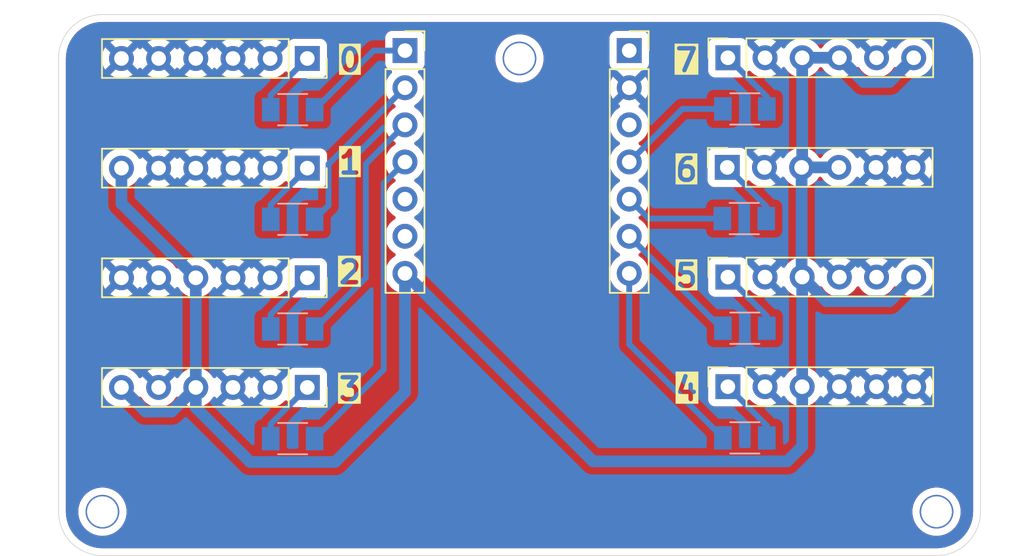
<source format=kicad_pcb>
(kicad_pcb (version 20241229) (generator "pcbnew") (generator_version "9.0")
  (layers (0 "F.Cu" signal) (2 "B.Cu" signal) (13 "F.Paste" user) (15 "B.Paste" user) (5 "F.SilkS" user "F.Silkscreen") (7 "B.SilkS" user "B.Silkscreen") (1 "F.Mask" user) (3 "B.Mask" user) (25 "Edge.Cuts" user))
  (net 0 "")
  (net 1 "GND")
  (net 2 "LED1")
  (net 3 "LED5")
  (net 4 "LED4")
  (net 5 "Pull up")
  (net 6 "LED7")
  (net 7 "LED3")
  (net 8 "LED2")
  (net 9 "LED6")
  (net 10 "LED8")
  (net 11 "Net-(J6-Pin_1)")
  (net 12 "Net-(J2-Pin_1)")
  (net 13 "Net-(J1-Pin_1)")
  (net 14 "Net-(J3-Pin_1)")
  (net 15 "Net-(J5-Pin_1)")
  (net 16 "Net-(J4-Pin_1)")
  (net 17 "Net-(J7-Pin_1)")
  (net 18 "Net-(J8-Pin_1)")
  (footprint "Connector_PinSocket_2.54mm:PinSocket_1x06_P2.54mm_Vertical" (layer "F.Cu") (at 213.74 75.95 90)
    (property "Reference" "J4" (hide yes))
    (property "Value" "Socket 06" (hide yes))
    (fp_line (start 1.33 -1.33) (end 1.33 0) (stroke (width 0.12)) (layer "F.SilkS"))
    (fp_line (start 0 -1.33) (end 1.33 -1.33) (stroke (width 0.12)) (layer "F.SilkS"))
    (fp_line (start 1.33 1.27) (end 1.33 14.03) (stroke (width 0.12)) (layer "F.SilkS"))
    (fp_line (start -1.33 1.27) (end 1.33 1.27) (stroke (width 0.12)) (layer "F.SilkS"))
    (fp_line (start -1.33 1.27) (end -1.33 14.03) (stroke (width 0.12)) (layer "F.SilkS"))
    (fp_line (start -1.33 14.03) (end 1.33 14.03) (stroke (width 0.12)) (layer "F.SilkS"))
    (pad "1" thru_hole rect (at 0 0 90) (size 1.7 1.7) (drill 1) (layers "*.Cu" "*.Mask") (net 16 "Net-(J4-Pin_1)"))
    (pad "2" thru_hole circle (at 0 2.54 90) (size 1.7 1.7) (drill 1) (layers "*.Cu" "*.Mask") (net 1 "GND"))
    (pad "3" thru_hole circle (at 0 5.08 90) (size 1.7 1.7) (drill 1) (layers "*.Cu" "*.Mask") (net 5 "Pull up"))
    (pad "4" thru_hole circle (at 0 7.62 90) (size 1.7 1.7) (drill 1) (layers "*.Cu" "*.Mask") (net 1 "GND"))
    (pad "5" thru_hole circle (at 0 10.16 90) (size 1.7 1.7) (drill 1) (layers "*.Cu" "*.Mask") (net 1 "GND"))
    (pad "6" thru_hole circle (at 0 12.7 90) (size 1.7 1.7) (drill 1) (layers "*.Cu" "*.Mask") (net 5 "Pull up"))
  )
  (footprint "Connector_PinSocket_2.54mm:PinSocket_1x06_P2.54mm_Vertical" (layer "F.Cu") (at 213.74 60.95 90)
    (property "Reference" "J8" (hide yes))
    (property "Value" "Socket 08" (hide yes))
    (fp_line (start 1.33 -1.33) (end 1.33 0) (stroke (width 0.12)) (layer "F.SilkS"))
    (fp_line (start 0 -1.33) (end 1.33 -1.33) (stroke (width 0.12)) (layer "F.SilkS"))
    (fp_line (start 1.33 1.27) (end 1.33 14.03) (stroke (width 0.12)) (layer "F.SilkS"))
    (fp_line (start -1.33 1.27) (end 1.33 1.27) (stroke (width 0.12)) (layer "F.SilkS"))
    (fp_line (start -1.33 1.27) (end -1.33 14.03) (stroke (width 0.12)) (layer "F.SilkS"))
    (fp_line (start -1.33 14.03) (end 1.33 14.03) (stroke (width 0.12)) (layer "F.SilkS"))
    (pad "1" thru_hole rect (at 0 0 90) (size 1.7 1.7) (drill 1) (layers "*.Cu" "*.Mask") (net 18 "Net-(J8-Pin_1)"))
    (pad "2" thru_hole circle (at 0 2.54 90) (size 1.7 1.7) (drill 1) (layers "*.Cu" "*.Mask") (net 1 "GND"))
    (pad "3" thru_hole circle (at 0 5.08 90) (size 1.7 1.7) (drill 1) (layers "*.Cu" "*.Mask") (net 5 "Pull up"))
    (pad "4" thru_hole circle (at 0 7.62 90) (size 1.7 1.7) (drill 1) (layers "*.Cu" "*.Mask") (net 5 "Pull up"))
    (pad "5" thru_hole circle (at 0 10.16 90) (size 1.7 1.7) (drill 1) (layers "*.Cu" "*.Mask") (net 1 "GND"))
    (pad "6" thru_hole circle (at 0 12.7 90) (size 1.7 1.7) (drill 1) (layers "*.Cu" "*.Mask") (net 5 "Pull up"))
  )
  (footprint "Connector_PinSocket_2.54mm:PinSocket_1x06_P2.54mm_Vertical" (layer "F.Cu") (at 185 68.5 -90)
    (property "Reference" "J1" (hide yes))
    (property "Value" "Socket 02" (hide yes))
    (fp_line (start -1.33 14.03) (end 1.33 14.03) (stroke (width 0.12)) (layer "F.SilkS"))
    (fp_line (start -1.33 1.27) (end -1.33 14.03) (stroke (width 0.12)) (layer "F.SilkS"))
    (fp_line (start -1.33 1.27) (end 1.33 1.27) (stroke (width 0.12)) (layer "F.SilkS"))
    (fp_line (start 1.33 1.27) (end 1.33 14.03) (stroke (width 0.12)) (layer "F.SilkS"))
    (fp_line (start 0 -1.33) (end 1.33 -1.33) (stroke (width 0.12)) (layer "F.SilkS"))
    (fp_line (start 1.33 -1.33) (end 1.33 0) (stroke (width 0.12)) (layer "F.SilkS"))
    (pad "1" thru_hole rect (at 0 0 270) (size 1.7 1.7) (drill 1) (layers "*.Cu" "*.Mask") (net 13 "Net-(J1-Pin_1)"))
    (pad "2" thru_hole circle (at 0 2.54 270) (size 1.7 1.7) (drill 1) (layers "*.Cu" "*.Mask") (net 1 "GND"))
    (pad "3" thru_hole circle (at 0 5.08 270) (size 1.7 1.7) (drill 1) (layers "*.Cu" "*.Mask") (net 1 "GND"))
    (pad "4" thru_hole circle (at 0 7.62 270) (size 1.7 1.7) (drill 1) (layers "*.Cu" "*.Mask") (net 1 "GND"))
    (pad "5" thru_hole circle (at 0 10.16 270) (size 1.7 1.7) (drill 1) (layers "*.Cu" "*.Mask") (net 1 "GND"))
    (pad "6" thru_hole circle (at 0 12.7 270) (size 1.7 1.7) (drill 1) (layers "*.Cu" "*.Mask") (net 5 "Pull up"))
  )
  (footprint "Connector_PinSocket_2.54mm:PinSocket_1x06_P2.54mm_Vertical" (layer "F.Cu") (at 185 61 -90)
    (property "Reference" "J3" (hide yes))
    (property "Value" "Socket 01" (hide yes))
    (fp_line (start -1.33 14.03) (end 1.33 14.03) (stroke (width 0.12)) (layer "F.SilkS"))
    (fp_line (start -1.33 1.27) (end -1.33 14.03) (stroke (width 0.12)) (layer "F.SilkS"))
    (fp_line (start -1.33 1.27) (end 1.33 1.27) (stroke (width 0.12)) (layer "F.SilkS"))
    (fp_line (start 1.33 1.27) (end 1.33 14.03) (stroke (width 0.12)) (layer "F.SilkS"))
    (fp_line (start 0 -1.33) (end 1.33 -1.33) (stroke (width 0.12)) (layer "F.SilkS"))
    (fp_line (start 1.33 -1.33) (end 1.33 0) (stroke (width 0.12)) (layer "F.SilkS"))
    (pad "1" thru_hole rect (at 0 0 270) (size 1.7 1.7) (drill 1) (layers "*.Cu" "*.Mask") (net 14 "Net-(J3-Pin_1)"))
    (pad "2" thru_hole circle (at 0 2.54 270) (size 1.7 1.7) (drill 1) (layers "*.Cu" "*.Mask") (net 1 "GND"))
    (pad "3" thru_hole circle (at 0 5.08 270) (size 1.7 1.7) (drill 1) (layers "*.Cu" "*.Mask") (net 1 "GND"))
    (pad "4" thru_hole circle (at 0 7.62 270) (size 1.7 1.7) (drill 1) (layers "*.Cu" "*.Mask") (net 1 "GND"))
    (pad "5" thru_hole circle (at 0 10.16 270) (size 1.7 1.7) (drill 1) (layers "*.Cu" "*.Mask") (net 1 "GND"))
    (pad "6" thru_hole circle (at 0 12.7 270) (size 1.7 1.7) (drill 1) (layers "*.Cu" "*.Mask") (net 1 "GND"))
  )
  (footprint "Connector_PinSocket_2.54mm:PinSocket_1x06_P2.54mm_Vertical" (layer "F.Cu") (at 213.74 83.45 90)
    (property "Reference" "J5" (hide yes))
    (property "Value" "Socket 05" (hide yes))
    (fp_line (start 1.33 -1.33) (end 1.33 0) (stroke (width 0.12)) (layer "F.SilkS"))
    (fp_line (start 0 -1.33) (end 1.33 -1.33) (stroke (width 0.12)) (layer "F.SilkS"))
    (fp_line (start 1.33 1.27) (end 1.33 14.03) (stroke (width 0.12)) (layer "F.SilkS"))
    (fp_line (start -1.33 1.27) (end 1.33 1.27) (stroke (width 0.12)) (layer "F.SilkS"))
    (fp_line (start -1.33 1.27) (end -1.33 14.03) (stroke (width 0.12)) (layer "F.SilkS"))
    (fp_line (start -1.33 14.03) (end 1.33 14.03) (stroke (width 0.12)) (layer "F.SilkS"))
    (pad "1" thru_hole rect (at 0 0 90) (size 1.7 1.7) (drill 1) (layers "*.Cu" "*.Mask") (net 15 "Net-(J5-Pin_1)"))
    (pad "2" thru_hole circle (at 0 2.54 90) (size 1.7 1.7) (drill 1) (layers "*.Cu" "*.Mask") (net 1 "GND"))
    (pad "3" thru_hole circle (at 0 5.08 90) (size 1.7 1.7) (drill 1) (layers "*.Cu" "*.Mask") (net 5 "Pull up"))
    (pad "4" thru_hole circle (at 0 7.62 90) (size 1.7 1.7) (drill 1) (layers "*.Cu" "*.Mask") (net 1 "GND"))
    (pad "5" thru_hole circle (at 0 10.16 90) (size 1.7 1.7) (drill 1) (layers "*.Cu" "*.Mask") (net 1 "GND"))
    (pad "6" thru_hole circle (at 0 12.7 90) (size 1.7 1.7) (drill 1) (layers "*.Cu" "*.Mask") (net 1 "GND"))
  )
  (footprint "Connector_PinSocket_2.54mm:PinSocket_1x06_P2.54mm_Vertical" (layer "F.Cu") (at 185 76 -90)
    (property "Reference" "J2" (hide yes))
    (property "Value" "Socket 03" (hide yes))
    (fp_line (start -1.33 14.03) (end 1.33 14.03) (stroke (width 0.12)) (layer "F.SilkS"))
    (fp_line (start -1.33 1.27) (end -1.33 14.03) (stroke (width 0.12)) (layer "F.SilkS"))
    (fp_line (start -1.33 1.27) (end 1.33 1.27) (stroke (width 0.12)) (layer "F.SilkS"))
    (fp_line (start 1.33 1.27) (end 1.33 14.03) (stroke (width 0.12)) (layer "F.SilkS"))
    (fp_line (start 0 -1.33) (end 1.33 -1.33) (stroke (width 0.12)) (layer "F.SilkS"))
    (fp_line (start 1.33 -1.33) (end 1.33 0) (stroke (width 0.12)) (layer "F.SilkS"))
    (pad "1" thru_hole rect (at 0 0 270) (size 1.7 1.7) (drill 1) (layers "*.Cu" "*.Mask") (net 12 "Net-(J2-Pin_1)"))
    (pad "2" thru_hole circle (at 0 2.54 270) (size 1.7 1.7) (drill 1) (layers "*.Cu" "*.Mask") (net 1 "GND"))
    (pad "3" thru_hole circle (at 0 5.08 270) (size 1.7 1.7) (drill 1) (layers "*.Cu" "*.Mask") (net 1 "GND"))
    (pad "4" thru_hole circle (at 0 7.62 270) (size 1.7 1.7) (drill 1) (layers "*.Cu" "*.Mask") (net 5 "Pull up"))
    (pad "5" thru_hole circle (at 0 10.16 270) (size 1.7 1.7) (drill 1) (layers "*.Cu" "*.Mask") (net 1 "GND"))
    (pad "6" thru_hole circle (at 0 12.7 270) (size 1.7 1.7) (drill 1) (layers "*.Cu" "*.Mask") (net 1 "GND"))
  )
  (footprint "Connector_PinSocket_2.54mm:PinSocket_1x07_P2.54mm_Vertical" (layer "F.Cu") (at 207 60.46)
    (property "Reference" "J10" (hide yes))
    (property "Value" "Xiao Left")
    (fp_line (start -1.33 1.27) (end -1.33 16.57) (stroke (width 0.12)) (layer "F.SilkS"))
    (fp_line (start -1.33 1.27) (end 1.33 1.27) (stroke (width 0.12)) (layer "F.SilkS"))
    (fp_line (start -1.33 16.57) (end 1.33 16.57) (stroke (width 0.12)) (layer "F.SilkS"))
    (fp_line (start 0 -1.33) (end 1.33 -1.33) (stroke (width 0.12)) (layer "F.SilkS"))
    (fp_line (start 1.33 -1.33) (end 1.33 0) (stroke (width 0.12)) (layer "F.SilkS"))
    (fp_line (start 1.33 1.27) (end 1.33 16.57) (stroke (width 0.12)) (layer "F.SilkS"))
    (pad "1" thru_hole rect (at 0 0) (size 1.7 1.7) (drill 1) (layers "*.Cu" "*.Mask"))
    (pad "2" thru_hole circle (at 0 2.54) (size 1.7 1.7) (drill 1) (layers "*.Cu" "*.Mask") (net 1 "GND"))
    (pad "3" thru_hole circle (at 0 5.08) (size 1.7 1.7) (drill 1) (layers "*.Cu" "*.Mask"))
    (pad "4" thru_hole circle (at 0 7.62) (size 1.7 1.7) (drill 1) (layers "*.Cu" "*.Mask") (net 10 "LED8"))
    (pad "5" thru_hole circle (at 0 10.16) (size 1.7 1.7) (drill 1) (layers "*.Cu" "*.Mask") (net 6 "LED7"))
    (pad "6" thru_hole circle (at 0 12.7) (size 1.7 1.7) (drill 1) (layers "*.Cu" "*.Mask") (net 9 "LED6"))
    (pad "7" thru_hole circle (at 0 15.24) (size 1.7 1.7) (drill 1) (layers "*.Cu" "*.Mask") (net 3 "LED5"))
  )
  (footprint "fab:MountingHole_M2" (layer "F.Cu") (at 199.5 61)
    (property "Reference" "REF**" (hide yes))
    (property "Value" "MountingHole_M2" (hide yes))
    (pad "" thru_hole circle (at 0 0) (size 2.3 2.3) (drill 2.1) (layers "*.Cu" "*.Mask"))
  )
  (footprint "Connector_PinSocket_2.54mm:PinSocket_1x07_P2.54mm_Vertical" (layer "F.Cu") (at 191.675 60.46)
    (property "Reference" "J9" (hide yes))
    (property "Value" "Xiao Right")
    (fp_line (start -1.33 1.27) (end -1.33 16.57) (stroke (width 0.12)) (layer "F.SilkS"))
    (fp_line (start -1.33 1.27) (end 1.33 1.27) (stroke (width 0.12)) (layer "F.SilkS"))
    (fp_line (start -1.33 16.57) (end 1.33 16.57) (stroke (width 0.12)) (layer "F.SilkS"))
    (fp_line (start 0 -1.33) (end 1.33 -1.33) (stroke (width 0.12)) (layer "F.SilkS"))
    (fp_line (start 1.33 -1.33) (end 1.33 0) (stroke (width 0.12)) (layer "F.SilkS"))
    (fp_line (start 1.33 1.27) (end 1.33 16.57) (stroke (width 0.12)) (layer "F.SilkS"))
    (pad "1" thru_hole rect (at 0 0) (size 1.7 1.7) (drill 1) (layers "*.Cu" "*.Mask") (net 2 "LED1"))
    (pad "2" thru_hole circle (at 0 2.54) (size 1.7 1.7) (drill 1) (layers "*.Cu" "*.Mask") (net 8 "LED2"))
    (pad "3" thru_hole circle (at 0 5.08) (size 1.7 1.7) (drill 1) (layers "*.Cu" "*.Mask") (net 7 "LED3"))
    (pad "4" thru_hole circle (at 0 7.62) (size 1.7 1.7) (drill 1) (layers "*.Cu" "*.Mask") (net 4 "LED4"))
    (pad "5" thru_hole circle (at 0 10.16) (size 1.7 1.7) (drill 1) (layers "*.Cu" "*.Mask"))
    (pad "6" thru_hole circle (at 0 12.7) (size 1.7 1.7) (drill 1) (layers "*.Cu" "*.Mask"))
    (pad "7" thru_hole circle (at 0 15.24) (size 1.7 1.7) (drill 1) (layers "*.Cu" "*.Mask") (net 5 "Pull up"))
  )
  (footprint "Connector_PinSocket_2.54mm:PinSocket_1x06_P2.54mm_Vertical" (layer "F.Cu") (at 185 83.5 -90)
    (property "Reference" "J6" (hide yes))
    (property "Value" "Socket 04" (hide yes))
    (fp_line (start -1.33 14.03) (end 1.33 14.03) (stroke (width 0.12)) (layer "F.SilkS"))
    (fp_line (start -1.33 1.27) (end -1.33 14.03) (stroke (width 0.12)) (layer "F.SilkS"))
    (fp_line (start -1.33 1.27) (end 1.33 1.27) (stroke (width 0.12)) (layer "F.SilkS"))
    (fp_line (start 1.33 1.27) (end 1.33 14.03) (stroke (width 0.12)) (layer "F.SilkS"))
    (fp_line (start 0 -1.33) (end 1.33 -1.33) (stroke (width 0.12)) (layer "F.SilkS"))
    (fp_line (start 1.33 -1.33) (end 1.33 0) (stroke (width 0.12)) (layer "F.SilkS"))
    (pad "1" thru_hole rect (at 0 0 270) (size 1.7 1.7) (drill 1) (layers "*.Cu" "*.Mask") (net 11 "Net-(J6-Pin_1)"))
    (pad "2" thru_hole circle (at 0 2.54 270) (size 1.7 1.7) (drill 1) (layers "*.Cu" "*.Mask") (net 1 "GND"))
    (pad "3" thru_hole circle (at 0 5.08 270) (size 1.7 1.7) (drill 1) (layers "*.Cu" "*.Mask") (net 1 "GND"))
    (pad "4" thru_hole circle (at 0 7.62 270) (size 1.7 1.7) (drill 1) (layers "*.Cu" "*.Mask") (net 5 "Pull up"))
    (pad "5" thru_hole circle (at 0 10.16 270) (size 1.7 1.7) (drill 1) (layers "*.Cu" "*.Mask") (net 1 "GND"))
    (pad "6" thru_hole circle (at 0 12.7 270) (size 1.7 1.7) (drill 1) (layers "*.Cu" "*.Mask") (net 5 "Pull up"))
  )
  (footprint "fab:MountingHole_M2" (layer "F.Cu") (at 171 92)
    (property "Reference" "REF**" (hide yes))
    (property "Value" "MountingHole_M2" (hide yes))
    (pad "" thru_hole circle (at 0 0) (size 2.3 2.3) (drill 2.1) (layers "*.Cu" "*.Mask"))
  )
  (footprint "Connector_PinSocket_2.54mm:PinSocket_1x06_P2.54mm_Vertical" (layer "F.Cu") (at 213.7 68.45 90)
    (property "Reference" "J7" (hide yes))
    (property "Value" "Socket 07" (hide yes))
    (fp_line (start 1.33 -1.33) (end 1.33 0) (stroke (width 0.12)) (layer "F.SilkS"))
    (fp_line (start 0 -1.33) (end 1.33 -1.33) (stroke (width 0.12)) (layer "F.SilkS"))
    (fp_line (start 1.33 1.27) (end 1.33 14.03) (stroke (width 0.12)) (layer "F.SilkS"))
    (fp_line (start -1.33 1.27) (end 1.33 1.27) (stroke (width 0.12)) (layer "F.SilkS"))
    (fp_line (start -1.33 1.27) (end -1.33 14.03) (stroke (width 0.12)) (layer "F.SilkS"))
    (fp_line (start -1.33 14.03) (end 1.33 14.03) (stroke (width 0.12)) (layer "F.SilkS"))
    (pad "1" thru_hole rect (at 0 0 90) (size 1.7 1.7) (drill 1) (layers "*.Cu" "*.Mask") (net 17 "Net-(J7-Pin_1)"))
    (pad "2" thru_hole circle (at 0 2.54 90) (size 1.7 1.7) (drill 1) (layers "*.Cu" "*.Mask") (net 1 "GND"))
    (pad "3" thru_hole circle (at 0 5.08 90) (size 1.7 1.7) (drill 1) (layers "*.Cu" "*.Mask") (net 5 "Pull up"))
    (pad "4" thru_hole circle (at 0 7.62 90) (size 1.7 1.7) (drill 1) (layers "*.Cu" "*.Mask") (net 5 "Pull up"))
    (pad "5" thru_hole circle (at 0 10.16 90) (size 1.7 1.7) (drill 1) (layers "*.Cu" "*.Mask") (net 1 "GND"))
    (pad "6" thru_hole circle (at 0 12.7 90) (size 1.7 1.7) (drill 1) (layers "*.Cu" "*.Mask") (net 1 "GND"))
  )
  (footprint "fab:MountingHole_M2" (layer "F.Cu") (at 228 92)
    (property "Reference" "REF**" (hide yes))
    (property "Value" "MountingHole_M2" (hide yes))
    (pad "" thru_hole circle (at 0 0) (size 2.3 2.3) (drill 2.1) (layers "*.Cu" "*.Mask"))
  )
  (footprint "fab:R_1206" (layer "B.Cu") (at 214.9 64.45 180)
    (property "Reference" "R12" (hide yes))
    (property "Value" "Resistor" (hide yes))
    (fp_line (start 1 -1.07) (end -1 -1.07) (stroke (width 0.12)) (layer "B.SilkS"))
    (fp_line (start -1 1.07) (end 1 1.07) (stroke (width 0.12)) (layer "B.SilkS"))
    (pad "1" smd rect (at -1.5 0 180) (size 1.2 1.6) (layers "B.Cu" "B.Mask" "B.Paste") (net 18 "Net-(J8-Pin_1)"))
    (pad "2" smd rect (at 1.5 0 180) (size 1.2 1.6) (layers "B.Cu" "B.Mask" "B.Paste") (net 10 "LED8"))
  )
  (footprint "fab:R_1206" (layer "B.Cu") (at 184 87)
    (property "Reference" "R1" (hide yes))
    (property "Value" "Resistor" (hide yes))
    (fp_line (start -1 1.07) (end 1 1.07) (stroke (width 0.12)) (layer "B.SilkS"))
    (fp_line (start 1 -1.07) (end -1 -1.07) (stroke (width 0.12)) (layer "B.SilkS"))
    (pad "1" smd rect (at -1.5 0) (size 1.2 1.6) (layers "B.Cu" "B.Mask" "B.Paste") (net 11 "Net-(J6-Pin_1)"))
    (pad "2" smd rect (at 1.5 0) (size 1.2 1.6) (layers "B.Cu" "B.Mask" "B.Paste") (net 4 "LED4"))
  )
  (footprint "fab:R_1206" (layer "B.Cu") (at 214.9 86.95 180)
    (property "Reference" "R9" (hide yes))
    (property "Value" "Resistor" (hide yes))
    (fp_line (start 1 -1.07) (end -1 -1.07) (stroke (width 0.12)) (layer "B.SilkS"))
    (fp_line (start -1 1.07) (end 1 1.07) (stroke (width 0.12)) (layer "B.SilkS"))
    (pad "1" smd rect (at -1.5 0 180) (size 1.2 1.6) (layers "B.Cu" "B.Mask" "B.Paste") (net 15 "Net-(J5-Pin_1)"))
    (pad "2" smd rect (at 1.5 0 180) (size 1.2 1.6) (layers "B.Cu" "B.Mask" "B.Paste") (net 3 "LED5"))
  )
  (footprint "fab:R_1206" (layer "B.Cu") (at 184 79.5)
    (property "Reference" "R2" (hide yes))
    (property "Value" "Resistor" (hide yes))
    (fp_line (start -1 1.07) (end 1 1.07) (stroke (width 0.12)) (layer "B.SilkS"))
    (fp_line (start 1 -1.07) (end -1 -1.07) (stroke (width 0.12)) (layer "B.SilkS"))
    (pad "1" smd rect (at -1.5 0) (size 1.2 1.6) (layers "B.Cu" "B.Mask" "B.Paste") (net 12 "Net-(J2-Pin_1)"))
    (pad "2" smd rect (at 1.5 0) (size 1.2 1.6) (layers "B.Cu" "B.Mask" "B.Paste") (net 7 "LED3"))
  )
  (footprint "fab:R_1206" (layer "B.Cu") (at 184 72)
    (property "Reference" "R7" (hide yes))
    (property "Value" "Resistor" (hide yes))
    (fp_line (start -1 1.07) (end 1 1.07) (stroke (width 0.12)) (layer "B.SilkS"))
    (fp_line (start 1 -1.07) (end -1 -1.07) (stroke (width 0.12)) (layer "B.SilkS"))
    (pad "1" smd rect (at -1.5 0) (size 1.2 1.6) (layers "B.Cu" "B.Mask" "B.Paste") (net 13 "Net-(J1-Pin_1)"))
    (pad "2" smd rect (at 1.5 0) (size 1.2 1.6) (layers "B.Cu" "B.Mask" "B.Paste") (net 8 "LED2"))
  )
  (footprint "fab:R_1206" (layer "B.Cu") (at 214.86 71.95 180)
    (property "Reference" "R11" (hide yes))
    (property "Value" "Resistor" (hide yes))
    (fp_line (start 1 -1.07) (end -1 -1.07) (stroke (width 0.12)) (layer "B.SilkS"))
    (fp_line (start -1 1.07) (end 1 1.07) (stroke (width 0.12)) (layer "B.SilkS"))
    (pad "1" smd rect (at -1.5 0 180) (size 1.2 1.6) (layers "B.Cu" "B.Mask" "B.Paste") (net 17 "Net-(J7-Pin_1)"))
    (pad "2" smd rect (at 1.5 0 180) (size 1.2 1.6) (layers "B.Cu" "B.Mask" "B.Paste") (net 6 "LED7"))
  )
  (footprint "fab:R_1206" (layer "B.Cu") (at 214.9 79.45 180)
    (property "Reference" "R10" (hide yes))
    (property "Value" "Resistor" (hide yes))
    (fp_line (start 1 -1.07) (end -1 -1.07) (stroke (width 0.12)) (layer "B.SilkS"))
    (fp_line (start -1 1.07) (end 1 1.07) (stroke (width 0.12)) (layer "B.SilkS"))
    (pad "1" smd rect (at -1.5 0 180) (size 1.2 1.6) (layers "B.Cu" "B.Mask" "B.Paste") (net 16 "Net-(J4-Pin_1)"))
    (pad "2" smd rect (at 1.5 0 180) (size 1.2 1.6) (layers "B.Cu" "B.Mask" "B.Paste") (net 9 "LED6"))
  )
  (footprint "fab:R_1206" (layer "B.Cu") (at 184 64.5)
    (property "Reference" "R8" (hide yes))
    (property "Value" "Resistor" (hide yes))
    (fp_line (start -1 1.07) (end 1 1.07) (stroke (width 0.12)) (layer "B.SilkS"))
    (fp_line (start 1 -1.07) (end -1 -1.07) (stroke (width 0.12)) (layer "B.SilkS"))
    (pad "1" smd rect (at -1.5 0) (size 1.2 1.6) (layers "B.Cu" "B.Mask" "B.Paste") (net 14 "Net-(J3-Pin_1)"))
    (pad "2" smd rect (at 1.5 0) (size 1.2 1.6) (layers "B.Cu" "B.Mask" "B.Paste") (net 2 "LED1"))
  )
  (gr_line (start 168 61) (end 168 92) (stroke (width 0.05)) (layer "Edge.Cuts"))
  (gr_line (start 231 61) (end 231 92) (stroke (width 0.05)) (layer "Edge.Cuts"))
  (gr_arc (start 231 92) (mid 230.12132 94.12132) (end 228 95) (stroke (width 0.05)) (layer "Edge.Cuts"))
  (gr_line (start 228 58) (end 171 58) (stroke (width 0.05)) (layer "Edge.Cuts"))
  (gr_arc (start 171 95) (mid 168.87868 94.12132) (end 168 92) (stroke (width 0.05)) (layer "Edge.Cuts"))
  (gr_arc (start 168 61) (mid 168.87868 58.87868) (end 171 58) (stroke (width 0.05)) (layer "Edge.Cuts"))
  (gr_line (start 171 95) (end 228 95) (stroke (width 0.05)) (layer "Edge.Cuts"))
  (gr_arc (start 228 58) (mid 230.12132 58.87868) (end 231 61) (stroke (width 0.05)) (layer "Edge.Cuts"))
  (gr_text "7" (at 210 62 0) (layer "F.SilkS" knockout) (effects (font (size 1.5 1.5) (thickness 0.3) (bold yes)) (justify left bottom)))
  (gr_text "3" (at 187 84.5 0) (layer "F.SilkS" knockout) (effects (font (size 1.5 1.5) (thickness 0.3) (bold yes)) (justify left bottom)))
  (gr_text "5" (at 210 76.75 0) (layer "F.SilkS" knockout) (effects (font (size 1.5 1.5) (thickness 0.3) (bold yes)) (justify left bottom)))
  (gr_text "2" (at 187 76.5 0) (layer "F.SilkS" knockout) (effects (font (size 1.5 1.5) (thickness 0.3) (bold yes)) (justify left bottom)))
  (gr_text "6" (at 210 69.5 0) (layer "F.SilkS" knockout) (effects (font (size 1.5 1.5) (thickness 0.3) (bold yes)) (justify left bottom)))
  (gr_text "1" (at 187 69 0) (layer "F.SilkS" knockout) (effects (font (size 1.5 1.5) (thickness 0.3) (bold yes)) (justify left bottom)))
  (gr_text "4" (at 210 84.5 0) (layer "F.SilkS" knockout) (effects (font (size 1.5 1.5) (thickness 0.3) (bold yes)) (justify left bottom)))
  (gr_text "0" (at 187 62 0) (layer "F.SilkS" knockout) (effects (font (size 1.5 1.5) (thickness 0.3) (bold yes)) (justify left bottom)))
  (segment (start 191.675 60.46) (end 189.54 60.46) (width 0.4) (layer "B.Cu") (net 2))
  (segment (start 189.54 60.46) (end 185.5 64.5) (width 0.4) (layer "B.Cu") (net 2))
  (segment (start 207 80.55) (end 213.4 86.95) (width 0.4) (layer "B.Cu") (net 3))
  (segment (start 207 75.7) (end 207 80.55) (width 0.4) (layer "B.Cu") (net 3))
  (segment (start 190.224 82.276) (end 185.5 87) (width 0.4) (layer "B.Cu") (net 4))
  (segment (start 191.675 68.08) (end 190.224 69.531) (width 0.4) (layer "B.Cu") (net 4))
  (segment (start 190.224 69.531) (end 190.224 82.276) (width 0.4) (layer "B.Cu") (net 4))
  (segment (start 173.951 85.151) (end 175.729 85.151) (width 0.8) (layer "B.Cu") (net 5))
  (segment (start 177.38 84.882) (end 177.38 83.5) (width 0.8) (layer "B.Cu") (net 5))
  (segment (start 223.011 62.601) (end 224.789 62.601) (width 0.8) (layer "B.Cu") (net 5))
  (segment (start 218.82 68.41) (end 218.78 68.45) (width 0.8) (layer "B.Cu") (net 5))
  (segment (start 186.901 88.601) (end 181.099 88.601) (width 0.8) (layer "B.Cu") (net 5))
  (segment (start 175.729 85.151) (end 177.38 83.5) (width 0.8) (layer "B.Cu") (net 5))
  (segment (start 220.471 77.601) (end 224.789 77.601) (width 0.8) (layer "B.Cu") (net 5))
  (segment (start 191.675 75.7) (end 191.675 83.827) (width 0.8) (layer "B.Cu") (net 5))
  (segment (start 224.789 77.601) (end 226.44 75.95) (width 0.8) (layer "B.Cu") (net 5))
  (segment (start 218.78 75.91) (end 218.82 75.95) (width 0.8) (layer "B.Cu") (net 5))
  (segment (start 177.38 76) (end 172.3 70.92) (width 0.8) (layer "B.Cu") (net 5))
  (segment (start 218.78 68.45) (end 221.32 68.45) (width 0.8) (layer "B.Cu") (net 5))
  (segment (start 172.3 83.5) (end 173.951 85.151) (width 0.8) (layer "B.Cu") (net 5))
  (segment (start 218.82 75.95) (end 220.471 77.601) (width 0.8) (layer "B.Cu") (net 5))
  (segment (start 172.3 70.92) (end 172.3 68.5) (width 0.8) (layer "B.Cu") (net 5))
  (segment (start 177.38 83.5) (end 177.38 76) (width 0.8) (layer "B.Cu") (net 5))
  (segment (start 181.099 88.601) (end 177.38 84.882) (width 0.8) (layer "B.Cu") (net 5))
  (segment (start 218.82 60.95) (end 221.36 60.95) (width 0.8) (layer "B.Cu") (net 5))
  (segment (start 218.82 87.532) (end 218.82 83.45) (width 0.8) (layer "B.Cu") (net 5))
  (segment (start 221.36 60.95) (end 223.011 62.601) (width 0.8) (layer "B.Cu") (net 5))
  (segment (start 204.526 88.551) (end 217.801 88.551) (width 0.8) (layer "B.Cu") (net 5))
  (segment (start 191.675 75.7) (end 204.526 88.551) (width 0.8) (layer "B.Cu") (net 5))
  (segment (start 218.82 60.95) (end 218.82 68.41) (width 0.8) (layer "B.Cu") (net 5))
  (segment (start 218.78 68.45) (end 218.78 75.91) (width 0.8) (layer "B.Cu") (net 5))
  (segment (start 217.801 88.551) (end 218.82 87.532) (width 0.8) (layer "B.Cu") (net 5))
  (segment (start 218.82 83.45) (end 218.82 75.95) (width 0.8) (layer "B.Cu") (net 5))
  (segment (start 224.789 62.601) (end 226.44 60.95) (width 0.8) (layer "B.Cu") (net 5))
  (segment (start 191.675 83.827) (end 186.901 88.601) (width 0.8) (layer "B.Cu") (net 5))
  (segment (start 207 70.62) (end 208.33 71.95) (width 0.4) (layer "B.Cu") (net 6))
  (segment (start 208.33 71.95) (end 213.36 71.95) (width 0.4) (layer "B.Cu") (net 6))
  (segment (start 189 76) (end 185.5 79.5) (width 0.4) (layer "B.Cu") (net 7))
  (segment (start 189 68.215) (end 189 76) (width 0.4) (layer "B.Cu") (net 7))
  (segment (start 191.675 65.54) (end 189 68.215) (width 0.4) (layer "B.Cu") (net 7))
  (segment (start 191.675 63) (end 186.451 68.224) (width 0.4) (layer "B.Cu") (net 8))
  (segment (start 186.451 71.049) (end 185.5 72) (width 0.4) (layer "B.Cu") (net 8))
  (segment (start 186.451 68.224) (end 186.451 71.049) (width 0.4) (layer "B.Cu") (net 8))
  (segment (start 207 73.16) (end 213.29 79.45) (width 0.4) (layer "B.Cu") (net 9))
  (segment (start 213.29 79.45) (end 213.4 79.45) (width 0.4) (layer "B.Cu") (net 9))
  (segment (start 210.63 64.45) (end 213.4 64.45) (width 0.4) (layer "B.Cu") (net 10))
  (segment (start 207 68.08) (end 210.63 64.45) (width 0.4) (layer "B.Cu") (net 10))
  (segment (start 182.5 86) (end 185 83.5) (width 0.4) (layer "B.Cu") (net 11))
  (segment (start 182.5 87) (end 182.5 86) (width 0.4) (layer "B.Cu") (net 11))
  (segment (start 182.5 78.5) (end 185 76) (width 0.4) (layer "B.Cu") (net 12))
  (segment (start 182.5 79.5) (end 182.5 78.5) (width 0.4) (layer "B.Cu") (net 12))
  (segment (start 182.5 71) (end 185 68.5) (width 0.4) (layer "B.Cu") (net 13))
  (segment (start 182.5 72) (end 182.5 71) (width 0.4) (layer "B.Cu") (net 13))
  (segment (start 182.5 64.5) (end 182.5 63.5) (width 0.4) (layer "B.Cu") (net 14))
  (segment (start 182.5 63.5) (end 185 61) (width 0.4) (layer "B.Cu") (net 14))
  (segment (start 216.4 86.95) (end 216.4 86.11) (width 0.4) (layer "B.Cu") (net 15))
  (segment (start 216.4 86.11) (end 213.74 83.45) (width 0.4) (layer "B.Cu") (net 15))
  (segment (start 216.4 79.45) (end 216.4 78.61) (width 0.4) (layer "B.Cu") (net 16))
  (segment (start 216.4 78.61) (end 213.74 75.95) (width 0.4) (layer "B.Cu") (net 16))
  (segment (start 216.36 71.11) (end 213.7 68.45) (width 0.4) (layer "B.Cu") (net 17))
  (segment (start 216.36 71.95) (end 216.36 71.11) (width 0.4) (layer "B.Cu") (net 17))
  (segment (start 216.4 63.61) (end 213.74 60.95) (width 0.4) (layer "B.Cu") (net 18))
  (segment (start 216.4 64.45) (end 216.4 63.61) (width 0.4) (layer "B.Cu") (net 18))
  (zone (net 0) (net_name "") (layer "F.Cu") (connect_pads (clearance 0.5)) (min_thickness 0.25) (fill yes (thermal_gap 0.5) (thermal_bridge_width 0.5) (island_removal_mode 1) (island_area_min 10))
    (polygon (pts (xy 234 57) (xy 234 95) (xy 164 95) (xy 164 57)))
  )
  (zone (net 1) (net_name "GND") (layer "B.Cu") (priority 1) (connect_pads (clearance 0.5)) (min_thickness 0.25) (fill yes (thermal_gap 0.5) (thermal_bridge_width 0.5))
    (polygon (pts (xy 164 57) (xy 164 95) (xy 234 95) (xy 234 57)))
  )
)
</source>
